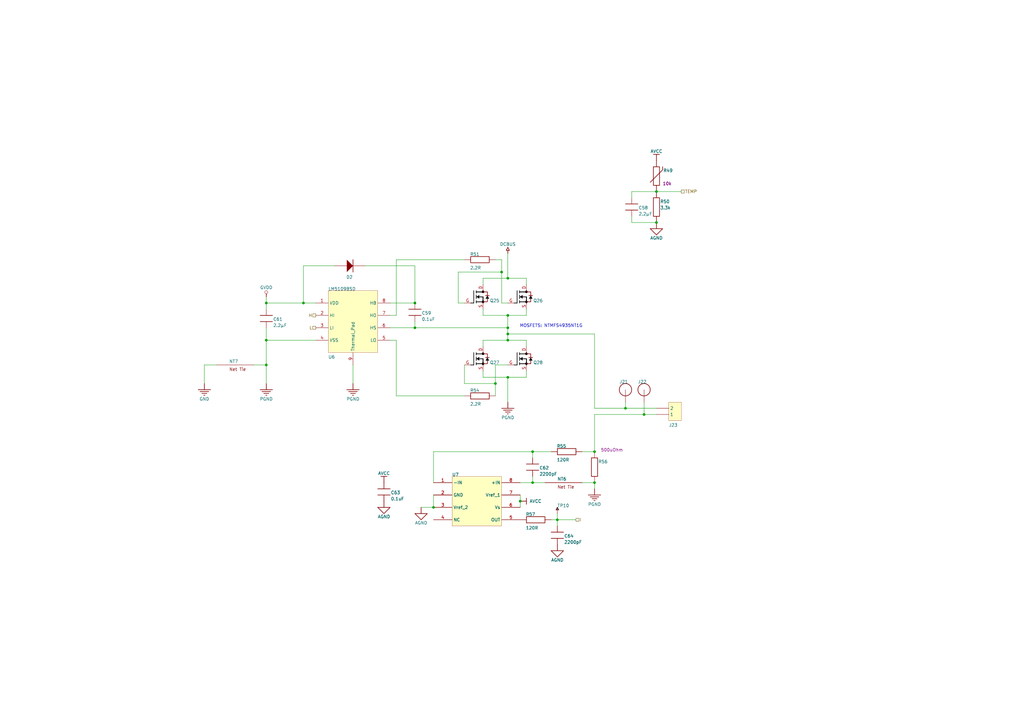
<source format=kicad_sch>
(kicad_sch (version 20231120) (generator "eeschema") (generator_version "8.0")
  (paper "A3")
  (junction (at 208.28 134.4422))
  (junction (at 228.6 213.1822))
  (junction (at 170.18 134.4422))
  (junction (at 218.44 185.2422))
  (junction (at 203.2 157.3022))
  (junction (at 256.54 167.4622))
  (junction (at 170.18 124.2822))
  (junction (at 264.16 170.0022))
  (junction (at 205.74 111.5822))
  (junction (at 124.46 124.2822))
  (junction (at 243.84 197.9422))
  (junction (at 208.28 154.7622))
  (junction (at 208.28 114.1222))
  (junction (at 109.22 149.6822))
  (junction (at 269.24 91.2622))
  (junction (at 213.36 205.5622))
  (junction (at 208.28 136.9822))
  (junction (at 218.44 197.9422))
  (junction (at 208.28 129.3622))
  (junction (at 269.24 78.5622))
  (junction (at 109.22 139.5222))
  (junction (at 177.8 208.1022))
  (junction (at 109.22 124.2822))
  (junction (at 208.28 139.5222))
  (junction (at 243.84 185.2422))
  (wire (pts (xy 264.16 170.0022) (xy 243.84 170.0022)))
  (wire (pts (xy 208.28 134.4422) (xy 208.28 136.9822)))
  (wire (pts (xy 243.84 170.0022) (xy 243.84 185.2422)))
  (wire (pts (xy 198.12 129.3622) (xy 208.28 129.3622)))
  (wire (pts (xy 109.22 124.2822) (xy 109.22 126.8222)))
  (wire (pts (xy 256.54 167.4622) (xy 256.54 164.9222)))
  (wire (pts (xy 208.28 154.7622) (xy 215.9 154.7622)))
  (wire (pts (xy 160.02 129.3622) (xy 162.56 129.3622)))
  (wire (pts (xy 259.08 78.5622) (xy 269.24 78.5622)))
  (wire (pts (xy 243.84 136.9822) (xy 243.84 167.4622)))
  (wire (pts (xy 218.44 197.9422) (xy 218.44 195.4022)))
  (wire (pts (xy 83.82 149.6822) (xy 83.82 157.3022)))
  (wire (pts (xy 177.8 208.1022) (xy 172.72 208.1022)))
  (wire (pts (xy 269.24 91.2622) (xy 259.08 91.2622)))
  (wire (pts (xy 162.56 106.5022) (xy 190.5 106.5022)))
  (wire (pts (xy 129.54 139.5222) (xy 109.22 139.5222)))
  (wire (pts (xy 208.28 114.1222) (xy 208.28 103.9622)))
  (wire (pts (xy 187.96 111.5822) (xy 187.96 124.2822)))
  (wire (pts (xy 88.9 149.6822) (xy 83.82 149.6822)))
  (wire (pts (xy 269.24 170.0022) (xy 264.16 170.0022)))
  (wire (pts (xy 137.16 109.0422) (xy 124.46 109.0422)))
  (wire (pts (xy 177.8 185.2422) (xy 177.8 197.9422)))
  (wire (pts (xy 170.18 134.4422) (xy 170.18 131.9022)))
  (wire (pts (xy 208.28 136.9822) (xy 243.84 136.9822)))
  (wire (pts (xy 228.6 213.1822) (xy 228.6 215.7222)))
  (wire (pts (xy 213.36 205.5622) (xy 213.36 203.0222)))
  (wire (pts (xy 124.46 109.0422) (xy 124.46 124.2822)))
  (wire (pts (xy 203.2 106.5022) (xy 205.74 106.5022)))
  (wire (pts (xy 124.46 124.2822) (xy 109.22 124.2822)))
  (wire (pts (xy 104.14 149.6822) (xy 109.22 149.6822)))
  (wire (pts (xy 149.86 109.0422) (xy 170.18 109.0422)))
  (wire (pts (xy 218.44 185.2422) (xy 177.8 185.2422)))
  (wire (pts (xy 215.9 114.1222) (xy 215.9 116.6622)))
  (wire (pts (xy 109.22 157.3022) (xy 109.22 149.6822)))
  (wire (pts (xy 208.28 129.3622) (xy 208.28 134.4422)))
  (wire (pts (xy 190.5 149.6822) (xy 190.5 157.3022)))
  (wire (pts (xy 205.74 106.5022) (xy 205.74 111.5822)))
  (wire (pts (xy 259.08 91.2622) (xy 259.08 88.7222)))
  (wire (pts (xy 198.12 142.0622) (xy 198.12 139.5222)))
  (wire (pts (xy 226.06 185.2422) (xy 218.44 185.2422)))
  (wire (pts (xy 226.06 213.1822) (xy 228.6 213.1822)))
  (wire (pts (xy 109.22 121.7422) (xy 109.22 124.2822)))
  (wire (pts (xy 205.74 124.2822) (xy 205.74 111.5822)))
  (wire (pts (xy 243.84 167.4622) (xy 256.54 167.4622)))
  (wire (pts (xy 198.12 114.1222) (xy 208.28 114.1222)))
  (wire (pts (xy 198.12 116.6622) (xy 198.12 114.1222)))
  (wire (pts (xy 162.56 162.3822) (xy 162.56 139.5222)))
  (wire (pts (xy 198.12 154.7622) (xy 208.28 154.7622)))
  (wire (pts (xy 213.36 208.1022) (xy 213.36 205.5622)))
  (wire (pts (xy 198.12 139.5222) (xy 208.28 139.5222)))
  (wire (pts (xy 170.18 124.2822) (xy 160.02 124.2822)))
  (wire (pts (xy 198.12 126.8222) (xy 198.12 129.3622)))
  (wire (pts (xy 203.2 157.3022) (xy 203.2 149.6822)))
  (wire (pts (xy 208.28 139.5222) (xy 215.9 139.5222)))
  (wire (pts (xy 208.28 124.2822) (xy 205.74 124.2822)))
  (wire (pts (xy 208.28 129.3622) (xy 215.9 129.3622)))
  (wire (pts (xy 279.4 78.5622) (xy 269.24 78.5622)))
  (wire (pts (xy 215.9 129.3622) (xy 215.9 126.8222)))
  (wire (pts (xy 228.6 210.6422) (xy 228.6 213.1822)))
  (wire (pts (xy 208.28 136.9822) (xy 208.28 139.5222)))
  (wire (pts (xy 264.16 170.0022) (xy 264.16 164.9222)))
  (wire (pts (xy 213.36 197.9422) (xy 218.44 197.9422)))
  (wire (pts (xy 162.56 129.3622) (xy 162.56 106.5022)))
  (wire (pts (xy 218.44 185.2422) (xy 218.44 187.7822)))
  (wire (pts (xy 256.54 167.4622) (xy 269.24 167.4622)))
  (wire (pts (xy 203.2 162.3822) (xy 203.2 157.3022)))
  (wire (pts (xy 215.9 139.5222) (xy 215.9 142.0622)))
  (wire (pts (xy 228.6 213.1822) (xy 236.22 213.1822)))
  (wire (pts (xy 160.02 134.4422) (xy 170.18 134.4422)))
  (wire (pts (xy 170.18 134.4422) (xy 208.28 134.4422)))
  (wire (pts (xy 177.8 203.0222) (xy 177.8 208.1022)))
  (wire (pts (xy 203.2 149.6822) (xy 208.28 149.6822)))
  (wire (pts (xy 109.22 139.5222) (xy 109.22 134.4422)))
  (wire (pts (xy 223.52 197.9422) (xy 218.44 197.9422)))
  (wire (pts (xy 144.78 157.3022) (xy 144.78 149.6822)))
  (wire (pts (xy 243.84 200.4822) (xy 243.84 197.9422)))
  (wire (pts (xy 243.84 197.9422) (xy 238.76 197.9422)))
  (wire (pts (xy 243.84 185.2422) (xy 238.76 185.2422)))
  (wire (pts (xy 129.54 124.2822) (xy 124.46 124.2822)))
  (wire (pts (xy 208.28 154.7622) (xy 208.28 164.9222)))
  (wire (pts (xy 109.22 149.6822) (xy 109.22 139.5222)))
  (wire (pts (xy 208.28 114.1222) (xy 215.9 114.1222)))
  (wire (pts (xy 190.5 162.3822) (xy 162.56 162.3822)))
  (wire (pts (xy 205.74 111.5822) (xy 187.96 111.5822)))
  (wire (pts (xy 215.9 154.7622) (xy 215.9 152.2222)))
  (wire (pts (xy 198.12 152.2222) (xy 198.12 154.7622)))
  (wire (pts (xy 259.08 81.1022) (xy 259.08 78.5622)))
  (wire (pts (xy 190.5 157.3022) (xy 203.2 157.3022)))
  (wire (pts (xy 170.18 109.0422) (xy 170.18 124.2822)))
  (wire (pts (xy 162.56 139.5222) (xy 160.02 139.5222)))
  (wire (pts (xy 187.96 124.2822) (xy 190.5 124.2822)))
  (text "MOSFETS: NTMFS4935NT1G" (at 226.06 134.4422 0) (effects (font (size 1.27 1.27)) (justify bottom)))
  (hierarchical_label "H" (shape passive) (at 129.54 129.3622 180))
  (hierarchical_label "TEMP" (shape passive) (at 279.4 78.5622 0))
  (hierarchical_label "I" (shape passive) (at 236.22 213.1822 0))
  (hierarchical_label "L" (shape passive) (at 129.54 134.4422 180))
  (symbol (lib_id "odrive-altium-import:Aux_2_RC0603FR-073K3L") (at 269.24 78.5622 0) (unit 1)
    (property "Reference" "R50" (at 270.764 83.3882 0) (effects (justify left bottom)))
    (property "Value" "3.3k" (at 270.764 85.9282 0) (effects (justify left bottom)))
    (property "Footprint" "RESC1608X55N" (effects (hide yes)))
    (property "Description" "RES SMD 3.3K OHM 1% 1/10W 0603" (effects (hide yes)))
    (property "SUPPLIER 1" "Digi-Key" (effects (hide yes)))
    (property "SUPPLIER PART NUMBER 1" "311-3.30KHRCT-ND" (effects (hide yes)))
    (property "MANUFACTURER" "Yageo" (effects (hide yes)))
    (property "MANUFACTURER PART NUMBER" "RC0603FR-073K3L" (effects (hide yes)))
    (property "ROHS" "RoHS Compliant" (effects (hide yes)))
    (property "CATEGORY" "Resistors" (effects (hide yes)))
    (property "STOCK 1" "420019" (effects (hide yes)))
    (property "PRICING 1" "1=0.1, 10=0.014, 25=0.01, 100=0.0057, 250=0.00436, 500=0.00348, 1000=0.00257, 2500=0.00223 (USD)" (effects (hide yes)))
    (property "PACKAGING" "Cut Tape (CT)" (effects (hide yes)))
    (property "RESISTANCE (OHMS)" "3.3k" (effects (hide yes)))
    (property "TOLERANCE" "±1%" (effects (hide yes)))
    (property "POWER (WATTS)" "0.1W, 1/10W" (effects (hide yes)))
    (property "COMPOSITION" "Thick Film" (effects (hide yes)))
    (property "FEATURES" "Moisture Resistant" (effects (hide yes)))
    (property "TEMPERATURE COEFFICIENT" "±100ppm/°C" (effects (hide yes)))
    (property "OPERATING TEMPERATURE" "-55°C ~ 155°C" (effects (hide yes)))
    (property "PACKAGE / CASE" "0603 (1608 Metric)" (effects (hide yes)))
    (property "SUPPLIER DEVICE PACKAGE" "0603" (effects (hide yes)))
    (property "SIZE / DIMENSION" "0.063\" L x 0.031\" W (1.60mm x 0.80mm)" (effects (hide yes)))
    (property "HEIGHT" "0.022\" (0.55mm)" (effects (hide yes)))
    (property "NUMBER OF TERMINATIONS" "2" (effects (hide yes)))
    (property "COMPONENTLINK1URL" "http://www.yageo.com/documents/recent/PYu-RC_Group_51_RoHS_L_04.pdf" (effects (hide yes)))
    (property "COMPONENTLINK1DESCRIPTION" "http://www.yageo.com/documents/recent/PYu-RC_Group_51_RoHS_L_04.pdf" (effects (hide yes)))
  )
  (symbol (lib_id "odrive-altium-import:GND_POWER_GROUND") (at 83.82 157.3022 0) (unit 1)
    (property "Reference" "#PWR?" (effects (hide yes)))
    (property "Value" "GND" (at 83.82 163.6522 0))
  )
  (symbol (lib_id "odrive-altium-import:Aux_2_GRM1885C1H222JA01D") (at 218.44 187.7822 0) (unit 1)
    (property "Reference" "C62" (at 221.234 192.6082 0) (effects (justify left bottom)))
    (property "Value" "${CAPACITANCE}" (at 221.234 195.1482 0) (effects (justify left bottom)))
    (property "Footprint" "CAPC1608X09L" (effects (hide yes)))
    (property "Description" "CAP CER 2200PF 50V NP0 0603" (effects (hide yes)))
    (property "SUPPLIER 1" "Digi-Key" (effects (hide yes)))
    (property "SUPPLIER PART NUMBER 1" "490-1459-1-ND" (effects (hide yes)))
    (property "MANUFACTURER" "Murata Electronics North America" (effects (hide yes)))
    (property "ROHS" "RoHS Compliant" (effects (hide yes)))
    (property "CATEGORY" "Capacitors" (effects (hide yes)))
    (property "STOCK 1" "850589" (effects (hide yes)))
    (property "PRICING 1" "1=0.11, 10=0.08, 25=0.058, 50=0.0434, 100=0.0355, 250=0.02972, 500=0.02536, 1000=0.01992 (USD)" (effects (hide yes)))
    (property "PACKAGING" "Cut Tape (CT)" (effects (hide yes)))
    (property "CAPACITANCE" "2200pF" (effects (hide yes)))
    (property "TOLERANCE" "±5%" (effects (hide yes)))
    (property "VOLTAGE - RATED" "50V" (effects (hide yes)))
    (property "TEMPERATURE COEFFICIENT" "C0G, NP0" (effects (hide yes)))
    (property "MOUNTING TYPE" "Surface Mount, MLCC" (effects (hide yes)))
    (property "OPERATING TEMPERATURE" "-55°C ~ 125°C" (effects (hide yes)))
    (property "APPLICATIONS" "General Purpose" (effects (hide yes)))
    (property "RATINGS" "-" (effects (hide yes)))
    (property "PACKAGE / CASE" "0603 (1608 Metric)" (effects (hide yes)))
    (property "SIZE / DIMENSION" "0.063\" L x 0.031\" W (1.60mm x 0.80mm)" (effects (hide yes)))
    (property "HEIGHT - SEATED (MAX)" "-" (effects (hide yes)))
    (property "THICKNESS (MAX)" "0.035\" (0.90mm)" (effects (hide yes)))
    (property "LEAD SPACING" "-" (effects (hide yes)))
    (property "FEATURES" "-" (effects (hide yes)))
    (property "LEAD STYLE" "-" (effects (hide yes)))
    (property "COMPONENTLINK1URL" "http://www.murata.com/~/media/webrenewal/support/library/catalog/products/capacitor/mlcc/c02e.ashx" (effects (hide yes)))
    (property "COMPONENTLINK1DESCRIPTION" "http://www.murata.com/~/media/webrenewal/support/library/catalog/products/capacitor/mlcc/c02e.ashx" (effects (hide yes)))
    (property "PART STATUS" "Active" (effects (hide yes)))
  )
  (symbol (lib_id "odrive-altium-import:DCBUS_ARROW") (at 208.28 103.9622 180) (unit 1)
    (property "Reference" "#PWR?" (effects (hide yes)))
    (property "Value" "DCBUS" (at 208.28 100.1522 0))
  )
  (symbol (lib_id "odrive-altium-import:Aux_0_LM5109BSD/NOPB") (at 134.62 144.6022 0) (unit 1)
    (property "Reference" "U6" (at 134.62 147.1422 0) (effects (justify left bottom)))
    (property "Value" "LM5109BSD" (at 134.62 119.2022 0) (effects (justify left bottom)))
    (property "Footprint" "SON80P400X80_HS-9N" (effects (hide yes)))
    (property "Description" "DRIVER, MOSFET, HALF BRIDGE, WSON-8, 1A" (effects (hide yes)))
    (property "SUPPLIER 1" "Farnell" (effects (hide yes)))
    (property "SUPPLIER PART NUMBER 1" "2400642RL" (effects (hide yes)))
    (property "SUPPLIER 2" "Farnell" (effects (hide yes)))
    (property "SUPPLIER PART NUMBER 2" "2400642" (effects (hide yes)))
    (property "SUPPLIER 3" "Farnell" (effects (hide yes)))
    (property "SUPPLIER PART NUMBER 3" "2382850" (effects (hide yes)))
  )
  (symbol (lib_id "odrive-altium-import:Aux_0_GRM188R61C225KE15D") (at 259.08 88.7222 0) (unit 1)
    (property "Reference" "C58" (at 261.874 85.9282 0) (effects (justify left bottom)))
    (property "Value" "${CAPACITANCE}" (at 261.874 88.4682 0) (effects (justify left bottom)))
    (property "Footprint" "CAPC1608X09L" (effects (hide yes)))
    (property "Description" "CAP CER 2.2UF 16V X5R 0603" (effects (hide yes)))
    (property "SUPPLIER 1" "Digi-Key" (effects (hide yes)))
    (property "SUPPLIER PART NUMBER 1" "490-3296-1-ND" (effects (hide yes)))
    (property "MANUFACTURER" "Murata Electronics North America" (effects (hide yes)))
    (property "MANUFACTURER PART NUMBER" "GRM188R61C225KE15D" (effects (hide yes)))
    (property "ROHS" "RoHS Compliant" (effects (hide yes)))
    (property "CATEGORY" "Capacitors" (effects (hide yes)))
    (property "STOCK 1" "1255740" (effects (hide yes)))
    (property "PRICING 1" "1=0.12, 10=0.08, 50=0.046, 100=0.038, 250=0.032, 500=0.0268, 1000=0.022 (USD)" (effects (hide yes)))
    (property "PACKAGING" "Cut Tape (CT)" (effects (hide yes)))
    (property "CAPACITANCE" "2.2µF" (effects (hide yes)))
    (property "TOLERANCE" "±10%" (effects (hide yes)))
    (property "VOLTAGE - RATED" "16V" (effects (hide yes)))
    (property "TEMPERATURE COEFFICIENT" "X5R" (effects (hide yes)))
    (property "MOUNTING TYPE" "Surface Mount, MLCC" (effects (hide yes)))
    (property "OPERATING TEMPERATURE" "-55°C ~ 85°C" (effects (hide yes)))
    (property "APPLICATIONS" "General Purpose" (effects (hide yes)))
    (property "RATINGS" "-" (effects (hide yes)))
    (property "PACKAGE / CASE" "0603 (1608 Metric)" (effects (hide yes)))
    (property "SIZE / DIMENSION" "0.063\" L x 0.031\" W (1.60mm x 0.80mm)" (effects (hide yes)))
    (property "HEIGHT - SEATED (MAX)" "-" (effects (hide yes)))
    (property "THICKNESS (MAX)" "0.035\" (0.90mm)" (effects (hide yes)))
    (property "LEAD SPACING" "-" (effects (hide yes)))
    (property "FEATURES" "-" (effects (hide yes)))
    (property "LEAD STYLE" "-" (effects (hide yes)))
    (property "COMPONENTLINK1URL" "http://www.murata.com/~/media/webrenewal/support/library/catalog/products/capacitor/mlcc/c02e.pdf" (effects (hide yes)))
    (property "COMPONENTLINK1DESCRIPTION" "http://www.murata.com/~/media/webrenewal/support/library/catalog/products/capacitor/mlcc/c02e.pdf" (effects (hide yes)))
  )
  (symbol (lib_id "odrive-altium-import:Aux_0_NetTie_0.25mm") (at 231.14 197.9422 0) (unit 1)
    (property "Reference" "NT6" (at 228.6 197.1802 0) (effects (justify left bottom)))
    (property "Value" "0.25mm" (effects (hide yes)))
    (property "Footprint" "NetTie_0.25mm" (effects (hide yes)))
  )
  (symbol (lib_id "odrive-altium-import:Aux_0_AD8418WBRZ") (at 185.42 215.7222 0) (unit 1)
    (property "Reference" "U7" (at 185.42 195.4022 0) (effects (justify left bottom)))
    (property "Footprint" "SOIC127P600X175-8N" (effects (hide yes)))
    (property "Description" "ANALOG DEVICES Current Sense Amplifier, Bidirectional, 1, 130 µA, NSOIC" (effects (hide yes)))
  )
  (symbol (lib_id "odrive-altium-import:Aux_3_RC0603FR-072R2L") (at 190.5 106.5022 0) (unit 1)
    (property "Reference" "R51" (at 192.786 104.9782 0) (effects (justify left bottom)))
    (property "Value" "2.2R" (at 192.786 110.5662 0) (effects (justify left bottom)))
    (property "Footprint" "RESC1608X55N" (effects (hide yes)))
    (property "Description" "RES SMD 2.2 OHM 1% 1/10W 0603" (effects (hide yes)))
    (property "SUPPLIER 1" "Digi-Key" (effects (hide yes)))
    (property "SUPPLIER PART NUMBER 1" "311-2.2HRCT-ND" (effects (hide yes)))
    (property "MANUFACTURER" "Yageo" (effects (hide yes)))
    (property "MANUFACTURER PART NUMBER" "RC0603FR-072R2L" (effects (hide yes)))
    (property "ROHS" "RoHS Compliant" (effects (hide yes)))
    (property "CATEGORY" "Resistors" (effects (hide yes)))
    (property "STOCK 1" "16531" (effects (hide yes)))
    (property "PRICING 1" "1=0.1, 10=0.02, 25=0.0144, 100=0.0082, 250=0.00624, 500=0.00498, 1000=0.00367, 2500=0.00319 (USD)" (effects (hide yes)))
    (property "PACKAGING" "Cut Tape (CT)" (effects (hide yes)))
    (property "RESISTANCE (OHMS)" "2.2" (effects (hide yes)))
    (property "TOLERANCE" "±1%" (effects (hide yes)))
    (property "POWER (WATTS)" "0.1W, 1/10W" (effects (hide yes)))
    (property "COMPOSITION" "Thick Film" (effects (hide yes)))
    (property "FEATURES" "Moisture Resistant" (effects (hide yes)))
    (property "TEMPERATURE COEFFICIENT" "±200ppm/°C" (effects (hide yes)))
    (property "OPERATING TEMPERATURE" "-55°C ~ 155°C" (effects (hide yes)))
    (property "PACKAGE / CASE" "0603 (1608 Metric)" (effects (hide yes)))
    (property "SUPPLIER DEVICE PACKAGE" "0603" (effects (hide yes)))
    (property "SIZE / DIMENSION" "0.063\" L x 0.031\" W (1.60mm x 0.80mm)" (effects (hide yes)))
    (property "HEIGHT" "0.022\" (0.55mm)" (effects (hide yes)))
    (property "NUMBER OF TERMINATIONS" "2" (effects (hide yes)))
    (property "COMPONENTLINK1URL" "http://www.yageo.com/documents/recent/PYu-RC_Group_51_RoHS_L_04.pdf" (effects (hide yes)))
    (property "COMPONENTLINK1DESCRIPTION" "http://www.yageo.com/documents/recent/PYu-RC_Group_51_RoHS_L_04.pdf" (effects (hide yes)))
  )
  (symbol (lib_id "odrive-altium-import:AVCC_BAR") (at 213.36 205.5622 90) (unit 1)
    (property "Reference" "#PWR?" (effects (hide yes)))
    (property "Value" "AVCC" (at 217.17 205.5622 90) (effects (justify right)))
  )
  (symbol (lib_id "odrive-altium-import:Aux_0_NTMFS4935NT1G") (at 215.9 147.1422 0) (unit 1)
    (property "Reference" "Q28" (at 218.694 149.4282 0) (effects (justify left bottom)))
    (property "Footprint" "SO8FL" (effects (hide yes)))
    (property "Description" "MOSFET N-CH 30V 13A SO8FL" (effects (hide yes)))
    (property "SUPPLIER 1" "Digi-Key" (effects (hide yes)))
    (property "SUPPLIER PART NUMBER 1" "NTMFS4935NT1GOSCT-ND" (effects (hide yes)))
    (property "MANUFACTURER" "ON Semiconductor" (effects (hide yes)))
    (property "ROHS" "RoHS Compliant" (effects (hide yes)))
    (property "CATEGORY" "Discrete Semiconductor Products" (effects (hide yes)))
    (property "STOCK 1" "932" (effects (hide yes)))
    (property "PRICING 1" "1=0.61, 10=0.541, 100=0.4145, 500=0.3277 (USD)" (effects (hide yes)))
    (property "PACKAGING" "Cut Tape (CT)" (effects (hide yes)))
    (property "PART STATUS" "Active" (effects (hide yes)))
    (property "FET TYPE" "N-Channel" (effects (hide yes)))
    (property "TECHNOLOGY" "MOSFET (Metal Oxide)" (effects (hide yes)))
    (property "DRAIN TO SOURCE VOLTAGE (VDSS)" "30V" (effects (hide yes)))
    (property "CURRENT - CONTINUOUS DRAIN (ID) @ 25°C" "13A (Ta), 93A (Tc)" (effects (hide yes)))
    (property "DRIVE VOLTAGE (MAX RDS ON,  MIN RDS ON)" "4.5V, 10V" (effects (hide yes)))
    (property "VGS(TH) (MAX) @ ID" "2.2V @ 250µA" (effects (hide yes)))
    (property "GATE CHARGE (QG) (MAX) @ VGS" "49.4nC @ 10V" (effects (hide yes)))
    (property "INPUT CAPACITANCE (CISS) (MAX) @ VDS" "4850pF @ 15V" (effects (hide yes)))
    (property "VGS (MAX)" "±20V" (effects (hide yes)))
    (property "FET FEATURE" "-" (effects (hide yes)))
    (property "POWER DISSIPATION (MAX)" "930mW (Ta), 48W (Tc)" (effects (hide yes)))
    (property "RDS ON (MAX) @ ID, VGS" "3.2 mOhm @ 30A, 10V" (effects (hide yes)))
    (property "OPERATING TEMPERATURE" "-55°C ~ 150°C (TJ)" (effects (hide yes)))
    (property "MOUNTING TYPE" "Surface Mount" (effects (hide yes)))
    (property "SUPPLIER DEVICE PACKAGE" "5-DFN (5x6) (8-SOFL)" (effects (hide yes)))
    (property "PACKAGE / CASE" "8-PowerTDFN, 5 Leads" (effects (hide yes)))
    (property "COMPONENTLINK1URL" "http://www.onsemi.com/pub_link/Collateral/NTMFS4935N-D.PDF" (effects (hide yes)))
    (property "COMPONENTLINK1DESCRIPTION" "http://www.onsemi.com/pub_link/Collateral/NTMFS4935N-D.PDF" (effects (hide yes)))
    (property "MANUFACTURER PART NUMBER" "NTMFS4935NT1G" (effects (hide yes)))
  )
  (symbol (lib_id "odrive-altium-import:Aux_0_NCP15XH103F03RC") (at 269.24 78.5622 0) (unit 1)
    (property "Reference" "R49" (at 272.034 70.6882 0) (effects (justify left bottom)))
    (property "Value" "10k" (effects (hide yes)))
    (property "Footprint" "RESC1005X40N" (effects (hide yes)))
    (property "Description" "THERMISTOR 10K OHM NTC 0402 SMD" (effects (hide yes)))
    (property "ALTIUM_VALUE" "10k" (at 271.78 76.0222 0) (effects (justify left bottom)))
  )
  (symbol (lib_id "odrive-altium-import:Aux_3_RC0603FR-07120RL") (at 226.06 185.2422 0) (unit 1)
    (property "Reference" "R55" (at 228.346 183.7182 0) (effects (justify left bottom)))
    (property "Value" "120R" (at 228.346 189.3062 0) (effects (justify left bottom)))
    (property "Footprint" "RESC1608X55N" (effects (hide yes)))
    (property "Description" "RES SMD 120 OHM 1% 1/10W 0603" (effects (hide yes)))
    (property "SUPPLIER 1" "Digi-Key" (effects (hide yes)))
    (property "SUPPLIER PART NUMBER 1" "311-120HRCT-ND" (effects (hide yes)))
    (property "MANUFACTURER" "Yageo" (effects (hide yes)))
    (property "MANUFACTURER PART NUMBER" "RC0603FR-07120RL" (effects (hide yes)))
    (property "ROHS" "RoHS Compliant" (effects (hide yes)))
    (property "CATEGORY" "Resistors" (effects (hide yes)))
    (property "STOCK 1" "1545282" (effects (hide yes)))
    (property "PRICING 1" "1=0.1, 10=0.014, 25=0.01, 100=0.0057, 250=0.00436, 500=0.00348, 1000=0.00257, 2500=0.00223 (USD)" (effects (hide yes)))
    (property "PACKAGING" "Cut Tape (CT)" (effects (hide yes)))
    (property "RESISTANCE (OHMS)" "120" (effects (hide yes)))
    (property "TOLERANCE" "±1%" (effects (hide yes)))
    (property "POWER (WATTS)" "0.1W, 1/10W" (effects (hide yes)))
    (property "COMPOSITION" "Thick Film" (effects (hide yes)))
    (property "FEATURES" "Moisture Resistant" (effects (hide yes)))
    (property "TEMPERATURE COEFFICIENT" "±100ppm/°C" (effects (hide yes)))
    (property "OPERATING TEMPERATURE" "-55°C ~ 155°C" (effects (hide yes)))
    (property "PACKAGE / CASE" "0603 (1608 Metric)" (effects (hide yes)))
    (property "SUPPLIER DEVICE PACKAGE" "0603" (effects (hide yes)))
    (property "SIZE / DIMENSION" "0.063\" L x 0.031\" W (1.60mm x 0.80mm)" (effects (hide yes)))
    (property "HEIGHT" "0.022\" (0.55mm)" (effects (hide yes)))
    (property "NUMBER OF TERMINATIONS" "2" (effects (hide yes)))
    (property "COMPONENTLINK1URL" "http://www.yageo.com/documents/recent/PYu-RC_Group_51_RoHS_L_04.pdf" (effects (hide yes)))
    (property "COMPONENTLINK1DESCRIPTION" "http://www.yageo.com/documents/recent/PYu-RC_Group_51_RoHS_L_04.pdf" (effects (hide yes)))
  )
  (symbol (lib_id "odrive-altium-import:Aux_1_TESTPOINT") (at 228.6 210.6422 0) (unit 1)
    (property "Reference" "TP10" (at 228.6 208.1022 0) (effects (justify left bottom)))
    (property "Value" "TESTPOINT" (effects (hide yes)))
    (property "Footprint" "TP-R30" (effects (hide yes)))
    (property "Description" "SMD test pin" (effects (hide yes)))
  )
  (symbol (lib_id "odrive-altium-import:Aux_1_M3 Spade Terminal") (at 256.54 164.9222 0) (unit 1)
    (property "Reference" "J21" (at 254.002 157.3042 0) (effects (justify left bottom)))
    (property "Footprint" "M3 Spade Hole" (effects (hide yes)))
    (property "Description" "M3 Spade Terminal" (effects (hide yes)))
  )
  (symbol (lib_id "odrive-altium-import:Aux_2_mirrored_1868076") (at 269.24 170.0022 0) (unit 1)
    (property "Reference" "J23" (at 274.32 175.0822 0) (effects (justify left bottom)))
    (property "Value" "1868076" (effects (hide yes)))
    (property "Footprint" "1868076" (effects (hide yes)))
    (property "Description" "CONN TERM BLOCK 2POS 7.62MM" (effects (hide yes)))
    (property "SUPPLIER 1" "Digi-Key" (effects (hide yes)))
    (property "SUPPLIER PART NUMBER 1" "277-5840-ND" (effects (hide yes)))
    (property "MANUFACTURER" "Phoenix Contact" (effects (hide yes)))
    (property "ROHS" "RoHS Compliant" (effects (hide yes)))
    (property "CATEGORY" "Connectors, Interconnects" (effects (hide yes)))
    (property "STOCK" "2175" (effects (hide yes)))
    (property "PRICING 1" "1=1.56, 10=1.517, 50=1.4178, 100=1.3044, 250=1.20512, 500=1.14842, 1000=1.0564 (USD)" (effects (hide yes)))
    (property "PACKAGING" "Bulk" (effects (hide yes)))
    (property "PART STATUS" "Active" (effects (hide yes)))
    (property "NUMBER OF LEVELS" "1" (effects (hide yes)))
    (property "POSITIONS PER LEVEL" "2" (effects (hide yes)))
    (property "PITCH" "0.300\" (7.62mm)" (effects (hide yes)))
    (property "MATING ORIENTATION" "Horizontal with Board" (effects (hide yes)))
    (property "CURRENT" "30A" (effects (hide yes)))
    (property "VOLTAGE" "300V" (effects (hide yes)))
    (property "WIRE GAUGE" "10-30 AWG" (effects (hide yes)))
    (property "MOUNTING TYPE" "Through Hole" (effects (hide yes)))
    (property "WIRE TERMINATION" "Screw - Rising Cage Clamp" (effects (hide yes)))
    (property "FEATURES" "Interlocking (Side)" (effects (hide yes)))
    (property "COLOR" "Green" (effects (hide yes)))
    (property "OPERATING TEMPERATURE" "-" (effects (hide yes)))
    (property "HOUSING MATERIAL" "Polyamide (PA), Nylon" (effects (hide yes)))
    (property "CONTACT MATERIAL - PLATING" "-" (effects (hide yes)))
    (property "CLAMP MATERIAL - PLATING" "-" (effects (hide yes)))
    (property "SCREW MATERIAL - PLATING" "-" (effects (hide yes)))
    (property "TORQUE - SCREW" "0.5-0.6 Nm (4.4-5.3 Lb-In)" (effects (hide yes)))
    (property "SCREW THREAD" "M3" (effects (hide yes)))
    (property "COMPONENTLINK1URL" "http://media.digikey.com/PDF/Data%20Sheets/Phoenix%20Contact%20PDFs/1868076.pdf" (effects (hide yes)))
    (property "COMPONENTLINK1DESCRIPTION" "http://media.digikey.com/PDF/Data%20Sheets/Phoenix%20Contact%20PDFs/1868076.pdf" (effects (hide yes)))
  )
  (symbol (lib_id "odrive-altium-import:Aux_2_CSR2512C0R0005F") (at 243.84 185.2422 0) (unit 1)
    (property "Reference" "R56" (at 245.364 190.0682 0) (effects (justify left bottom)))
    (property "Value" "500uOhm" (effects (hide yes)))
    (property "Footprint" "RESC6432X09N" (effects (hide yes)))
    (property "Description" "RES SMD 0.0005 OHM 1% 3W 2512" (effects (hide yes)))
    (property "ALTIUM_VALUE" "500uOhm" (at 246.38 185.2422 0) (effects (justify left bottom)))
    (property "SUPPLIER 1" "Digi-Key" (effects (hide yes)))
    (property "SUPPLIER PART NUMBER 1" "696-1183-2-ND" (effects (hide yes)))
    (property "MANUFACTURER" "Riedon" (effects (hide yes)))
    (property "ROHS" "RoHS Compliant" (effects (hide yes)))
    (property "CATEGORY" "Resistors" (effects (hide yes)))
    (property "STOCK" "2000" (effects (hide yes)))
    (property "PRICING 1" "2000=0.19817, 6000=0.1937, 10000=0.187, 50000=0.18148 (USD)" (effects (hide yes)))
    (property "PACKAGING" "Tape & Reel (TR)" (effects (hide yes)))
    (property "PART STATUS" "Active" (effects (hide yes)))
    (property "TOLERANCE" "±1%" (effects (hide yes)))
    (property "POWER (WATTS)" "3W" (effects (hide yes)))
    (property "COMPOSITION" "Metal Element" (effects (hide yes)))
    (property "FEATURES" "Current Sense" (effects (hide yes)))
    (property "TEMPERATURE COEFFICIENT" "±100ppm/°C" (effects (hide yes)))
    (property "OPERATING TEMPERATURE" "-55°C ~ 170°C" (effects (hide yes)))
    (property "PACKAGE / CASE" "2512 (6432 Metric)" (effects (hide yes)))
    (property "SUPPLIER DEVICE PACKAGE" "2512" (effects (hide yes)))
    (property "SIZE / DIMENSION" "0.250\" L x 0.118\" W (6.35mm x 3.00mm)" (effects (hide yes)))
    (property "HEIGHT - SEATED (MAX)" "0.057\" (1.45mm)" (effects (hide yes)))
    (property "FAILURE RATE" "-" (effects (hide yes)))
    (property "COMPONENTLINK1URL" "http://riedon.com/media/pdf/CSR.pdf" (effects (hide yes)))
    (property "COMPONENTLINK1DESCRIPTION" "http://riedon.com/media/pdf/CSR.pdf" (effects (hide yes)))
    (property "SUPPLIER 2" "Digi-Key" (effects (hide yes)))
    (property "SUPPLIER PART NUMBER 2" "696-1183-1-ND" (effects (hide yes)))
    (property "PRICING 2" "1=0.69, 10=0.574, 25=0.4916, 50=0.4426, 100=0.3852, 250=0.3442, 500=0.27864, 1000=0.22536 (USD)" (effects (hide yes)))
    (property "MANUFACTURER PART NUMBER" "CSR2512C0R0005F" (effects (hide yes)))
  )
  (symbol (lib_id "odrive-altium-import:PGND_POWER_GROUND") (at 208.28 164.9222 0) (unit 1)
    (property "Reference" "#PWR?" (effects (hide yes)))
    (property "Value" "PGND" (at 208.28 171.2722 0))
  )
  (symbol (lib_id "odrive-altium-import:Aux_0_GRM188R61C225KE15D") (at 109.22 134.4422 0) (unit 1)
    (property "Reference" "C61" (at 112.014 131.6482 0) (effects (justify left bottom)))
    (property "Value" "${CAPACITANCE}" (at 112.014 134.1882 0) (effects (justify left bottom)))
    (property "Footprint" "CAPC1608X09L" (effects (hide yes)))
    (property "Description" "CAP CER 2.2UF 16V X5R 0603" (effects (hide yes)))
    (property "SUPPLIER 1" "Digi-Key" (effects (hide yes)))
    (property "SUPPLIER PART NUMBER 1" "490-3296-1-ND" (effects (hide yes)))
    (property "MANUFACTURER" "Murata Electronics North America" (effects (hide yes)))
    (property "MANUFACTURER PART NUMBER" "GRM188R61C225KE15D" (effects (hide yes)))
    (property "ROHS" "RoHS Compliant" (effects (hide yes)))
    (property "CATEGORY" "Capacitors" (effects (hide yes)))
    (property "STOCK 1" "1255740" (effects (hide yes)))
    (property "PRICING 1" "1=0.12, 10=0.08, 50=0.046, 100=0.038, 250=0.032, 500=0.0268, 1000=0.022 (USD)" (effects (hide yes)))
    (property "PACKAGING" "Cut Tape (CT)" (effects (hide yes)))
    (property "CAPACITANCE" "2.2µF" (effects (hide yes)))
    (property "TOLERANCE" "±10%" (effects (hide yes)))
    (property "VOLTAGE - RATED" "16V" (effects (hide yes)))
    (property "TEMPERATURE COEFFICIENT" "X5R" (effects (hide yes)))
    (property "MOUNTING TYPE" "Surface Mount, MLCC" (effects (hide yes)))
    (property "OPERATING TEMPERATURE" "-55°C ~ 85°C" (effects (hide yes)))
    (property "APPLICATIONS" "General Purpose" (effects (hide yes)))
    (property "RATINGS" "-" (effects (hide yes)))
    (property "PACKAGE / CASE" "0603 (1608 Metric)" (effects (hide yes)))
    (property "SIZE / DIMENSION" "0.063\" L x 0.031\" W (1.60mm x 0.80mm)" (effects (hide yes)))
    (property "HEIGHT - SEATED (MAX)" "-" (effects (hide yes)))
    (property "THICKNESS (MAX)" "0.035\" (0.90mm)" (effects (hide yes)))
    (property "LEAD SPACING" "-" (effects (hide yes)))
    (property "FEATURES" "-" (effects (hide yes)))
    (property "LEAD STYLE" "-" (effects (hide yes)))
    (property "COMPONENTLINK1URL" "http://www.murata.com/~/media/webrenewal/support/library/catalog/products/capacitor/mlcc/c02e.pdf" (effects (hide yes)))
    (property "COMPONENTLINK1DESCRIPTION" "http://www.murata.com/~/media/webrenewal/support/library/catalog/products/capacitor/mlcc/c02e.pdf" (effects (hide yes)))
  )
  (symbol (lib_id "odrive-altium-import:Aux_0_NTMFS4935NT1G") (at 198.12 147.1422 0) (unit 1)
    (property "Reference" "Q27" (at 200.914 149.4282 0) (effects (justify left bottom)))
    (property "Footprint" "SO8FL" (effects (hide yes)))
    (property "Description" "MOSFET N-CH 30V 13A SO8FL" (effects (hide yes)))
    (property "SUPPLIER 1" "Digi-Key" (effects (hide yes)))
    (property "SUPPLIER PART NUMBER 1" "NTMFS4935NT1GOSCT-ND" (effects (hide yes)))
    (property "MANUFACTURER" "ON Semiconductor" (effects (hide yes)))
    (property "ROHS" "RoHS Compliant" (effects (hide yes)))
    (property "CATEGORY" "Discrete Semiconductor Products" (effects (hide yes)))
    (property "STOCK 1" "932" (effects (hide yes)))
    (property "PRICING 1" "1=0.61, 10=0.541, 100=0.4145, 500=0.3277 (USD)" (effects (hide yes)))
    (property "PACKAGING" "Cut Tape (CT)" (effects (hide yes)))
    (property "PART STATUS" "Active" (effects (hide yes)))
    (property "FET TYPE" "N-Channel" (effects (hide yes)))
    (property "TECHNOLOGY" "MOSFET (Metal Oxide)" (effects (hide yes)))
    (property "DRAIN TO SOURCE VOLTAGE (VDSS)" "30V" (effects (hide yes)))
    (property "CURRENT - CONTINUOUS DRAIN (ID) @ 25°C" "13A (Ta), 93A (Tc)" (effects (hide yes)))
    (property "DRIVE VOLTAGE (MAX RDS ON,  MIN RDS ON)" "4.5V, 10V" (effects (hide yes)))
    (property "VGS(TH) (MAX) @ ID" "2.2V @ 250µA" (effects (hide yes)))
    (property "GATE CHARGE (QG) (MAX) @ VGS" "49.4nC @ 10V" (effects (hide yes)))
    (property "INPUT CAPACITANCE (CISS) (MAX) @ VDS" "4850pF @ 15V" (effects (hide yes)))
    (property "VGS (MAX)" "±20V" (effects (hide yes)))
    (property "FET FEATURE" "-" (effects (hide yes)))
    (property "POWER DISSIPATION (MAX)" "930mW (Ta), 48W (Tc)" (effects (hide yes)))
    (property "RDS ON (MAX) @ ID, VGS" "3.2 mOhm @ 30A, 10V" (effects (hide yes)))
    (property "OPERATING TEMPERATURE" "-55°C ~ 150°C (TJ)" (effects (hide yes)))
    (property "MOUNTING TYPE" "Surface Mount" (effects (hide yes)))
    (property "SUPPLIER DEVICE PACKAGE" "5-DFN (5x6) (8-SOFL)" (effects (hide yes)))
    (property "PACKAGE / CASE" "8-PowerTDFN, 5 Leads" (effects (hide yes)))
    (property "COMPONENTLINK1URL" "http://www.onsemi.com/pub_link/Collateral/NTMFS4935N-D.PDF" (effects (hide yes)))
    (property "COMPONENTLINK1DESCRIPTION" "http://www.onsemi.com/pub_link/Collateral/NTMFS4935N-D.PDF" (effects (hide yes)))
    (property "MANUFACTURER PART NUMBER" "NTMFS4935NT1G" (effects (hide yes)))
  )
  (symbol (lib_id "odrive-altium-import:AGND_SIGNAL_GROUND") (at 172.72 208.1022 0) (unit 1)
    (property "Reference" "#PWR?" (effects (hide yes)))
    (property "Value" "AGND" (at 172.72 214.4522 0))
  )
  (symbol (lib_id "odrive-altium-import:Aux_0_NTMFS4935NT1G") (at 215.9 121.7422 0) (unit 1)
    (property "Reference" "Q26" (at 218.694 124.0282 0) (effects (justify left bottom)))
    (property "Footprint" "SO8FL" (effects (hide yes)))
    (property "Description" "MOSFET N-CH 30V 13A SO8FL" (effects (hide yes)))
    (property "SUPPLIER 1" "Digi-Key" (effects (hide yes)))
    (property "SUPPLIER PART NUMBER 1" "NTMFS4935NT1GOSCT-ND" (effects (hide yes)))
    (property "MANUFACTURER" "ON Semiconductor" (effects (hide yes)))
    (property "ROHS" "RoHS Compliant" (effects (hide yes)))
    (property "CATEGORY" "Discrete Semiconductor Products" (effects (hide yes)))
    (property "STOCK 1" "932" (effects (hide yes)))
    (property "PRICING 1" "1=0.61, 10=0.541, 100=0.4145, 500=0.3277 (USD)" (effects (hide yes)))
    (property "PACKAGING" "Cut Tape (CT)" (effects (hide yes)))
    (property "PART STATUS" "Active" (effects (hide yes)))
    (property "FET TYPE" "N-Channel" (effects (hide yes)))
    (property "TECHNOLOGY" "MOSFET (Metal Oxide)" (effects (hide yes)))
    (property "DRAIN TO SOURCE VOLTAGE (VDSS)" "30V" (effects (hide yes)))
    (property "CURRENT - CONTINUOUS DRAIN (ID) @ 25°C" "13A (Ta), 93A (Tc)" (effects (hide yes)))
    (property "DRIVE VOLTAGE (MAX RDS ON,  MIN RDS ON)" "4.5V, 10V" (effects (hide yes)))
    (property "VGS(TH) (MAX) @ ID" "2.2V @ 250µA" (effects (hide yes)))
    (property "GATE CHARGE (QG) (MAX) @ VGS" "49.4nC @ 10V" (effects (hide yes)))
    (property "INPUT CAPACITANCE (CISS) (MAX) @ VDS" "4850pF @ 15V" (effects (hide yes)))
    (property "VGS (MAX)" "±20V" (effects (hide yes)))
    (property "FET FEATURE" "-" (effects (hide yes)))
    (property "POWER DISSIPATION (MAX)" "930mW (Ta), 48W (Tc)" (effects (hide yes)))
    (property "RDS ON (MAX) @ ID, VGS" "3.2 mOhm @ 30A, 10V" (effects (hide yes)))
    (property "OPERATING TEMPERATURE" "-55°C ~ 150°C (TJ)" (effects (hide yes)))
    (property "MOUNTING TYPE" "Surface Mount" (effects (hide yes)))
    (property "SUPPLIER DEVICE PACKAGE" "5-DFN (5x6) (8-SOFL)" (effects (hide yes)))
    (property "PACKAGE / CASE" "8-PowerTDFN, 5 Leads" (effects (hide yes)))
    (property "COMPONENTLINK1URL" "http://www.onsemi.com/pub_link/Collateral/NTMFS4935N-D.PDF" (effects (hide yes)))
    (property "COMPONENTLINK1DESCRIPTION" "http://www.onsemi.com/pub_link/Collateral/NTMFS4935N-D.PDF" (effects (hide yes)))
    (property "MANUFACTURER PART NUMBER" "NTMFS4935NT1G" (effects (hide yes)))
  )
  (symbol (lib_id "odrive-altium-import:Aux_1_M3 Spade Terminal") (at 264.16 164.9222 0) (unit 1)
    (property "Reference" "J22" (at 261.622 157.3042 0) (effects (justify left bottom)))
    (property "Footprint" "M3 Spade Hole" (effects (hide yes)))
    (property "Description" "M3 Spade Terminal" (effects (hide yes)))
  )
  (symbol (lib_id "odrive-altium-import:Aux_0_MBR140SFT1G") (at 142.24 106.5022 0) (unit 1)
    (property "Reference" "D2" (at 141.986 114.3762 0) (effects (justify left bottom)))
    (property "Footprint" "DIOM2717X10N" (effects (hide yes)))
    (property "Description" "Rectifier Diode, Single, 40 V, 1 A, SOD-123FL, 2, 550 mV" (effects (hide yes)))
  )
  (symbol (lib_id "odrive-altium-import:AGND_SIGNAL_GROUND") (at 228.6 223.3422 0) (unit 1)
    (property "Reference" "#PWR?" (effects (hide yes)))
    (property "Value" "AGND" (at 228.6 229.6922 0))
  )
  (symbol (lib_id "odrive-altium-import:PGND_POWER_GROUND") (at 109.22 157.3022 0) (unit 1)
    (property "Reference" "#PWR?" (effects (hide yes)))
    (property "Value" "PGND" (at 109.22 163.6522 0))
  )
  (symbol (lib_id "odrive-altium-import:AVCC_BAR") (at 269.24 65.8622 180) (unit 1)
    (property "Reference" "#PWR?" (effects (hide yes)))
    (property "Value" "AVCC" (at 269.24 62.0522 0))
  )
  (symbol (lib_id "odrive-altium-import:Aux_0_NTMFS4935NT1G") (at 198.12 121.7422 0) (unit 1)
    (property "Reference" "Q25" (at 200.914 124.0282 0) (effects (justify left bottom)))
    (property "Value" "FILL_FOOTPRINT" (effects (hide yes)))
    (property "Footprint" "SO8FL_FILL" (effects (hide yes)))
    (property "Description" "MOSFET N-CH 30V 13A SO8FL" (effects (hide yes)))
    (property "SUPPLIER 1" "Digi-Key" (effects (hide yes)))
    (property "SUPPLIER PART NUMBER 1" "NTMFS4935NT1GOSCT-ND" (effects (hide yes)))
    (property "MANUFACTURER" "ON Semiconductor" (effects (hide yes)))
    (property "ROHS" "RoHS Compliant" (effects (hide yes)))
    (property "CATEGORY" "Discrete Semiconductor Products" (effects (hide yes)))
    (property "STOCK 1" "932" (effects (hide yes)))
    (property "PRICING 1" "1=0.61, 10=0.541, 100=0.4145, 500=0.3277 (USD)" (effects (hide yes)))
    (property "PACKAGING" "Cut Tape (CT)" (effects (hide yes)))
    (property "PART STATUS" "Active" (effects (hide yes)))
    (property "FET TYPE" "N-Channel" (effects (hide yes)))
    (property "TECHNOLOGY" "MOSFET (Metal Oxide)" (effects (hide yes)))
    (property "DRAIN TO SOURCE VOLTAGE (VDSS)" "30V" (effects (hide yes)))
    (property "CURRENT - CONTINUOUS DRAIN (ID) @ 25°C" "13A (Ta), 93A (Tc)" (effects (hide yes)))
    (property "DRIVE VOLTAGE (MAX RDS ON,  MIN RDS ON)" "4.5V, 10V" (effects (hide yes)))
    (property "VGS(TH) (MAX) @ ID" "2.2V @ 250µA" (effects (hide yes)))
    (property "GATE CHARGE (QG) (MAX) @ VGS" "49.4nC @ 10V" (effects (hide yes)))
    (property "INPUT CAPACITANCE (CISS) (MAX) @ VDS" "4850pF @ 15V" (effects (hide yes)))
    (property "VGS (MAX)" "±20V" (effects (hide yes)))
    (property "FET FEATURE" "-" (effects (hide yes)))
    (property "POWER DISSIPATION (MAX)" "930mW (Ta), 48W (Tc)" (effects (hide yes)))
    (property "RDS ON (MAX) @ ID, VGS" "3.2 mOhm @ 30A, 10V" (effects (hide yes)))
    (property "OPERATING TEMPERATURE" "-55°C ~ 150°C (TJ)" (effects (hide yes)))
    (property "MOUNTING TYPE" "Surface Mount" (effects (hide yes)))
    (property "SUPPLIER DEVICE PACKAGE" "5-DFN (5x6) (8-SOFL)" (effects (hide yes)))
    (property "PACKAGE / CASE" "8-PowerTDFN, 5 Leads" (effects (hide yes)))
    (property "COMPONENTLINK1URL" "http://www.onsemi.com/pub_link/Collateral/NTMFS4935N-D.PDF" (effects (hide yes)))
    (property "COMPONENTLINK1DESCRIPTION" "http://www.onsemi.com/pub_link/Collateral/NTMFS4935N-D.PDF" (effects (hide yes)))
    (property "MANUFACTURER PART NUMBER" "NTMFS4935NT1G" (effects (hide yes)))
  )
  (symbol (lib_id "odrive-altium-import:Aux_2_GRM188R71H104KA93D") (at 157.48 197.9422 0) (unit 1)
    (property "Reference" "C63" (at 160.274 202.7682 0) (effects (justify left bottom)))
    (property "Value" "${CAPACITANCE}" (at 160.274 205.3082 0) (effects (justify left bottom)))
    (property "Footprint" "CAPC1608X09L" (effects (hide yes)))
    (property "Description" "CAP CER 0.1UF 50V X7R 0603" (effects (hide yes)))
    (property "SUPPLIER 1" "Digi-Key" (effects (hide yes)))
    (property "SUPPLIER PART NUMBER 1" "490-1519-2-ND" (effects (hide yes)))
    (property "MANUFACTURER" "Murata Electronics North America" (effects (hide yes)))
    (property "MANUFACTURER PART NUMBER" "GRM188R71H104KA93D" (effects (hide yes)))
    (property "ROHS" "RoHS Compliant" (effects (hide yes)))
    (property "CATEGORY" "Capacitors" (effects (hide yes)))
    (property "PRICING 1" "4000=0.01822, 8000=0.01663, 12000=0.01584 (USD)" (effects (hide yes)))
    (property "PACKAGING" "Tape & Reel (TR)" (effects (hide yes)))
    (property "CAPACITANCE" "0.1uF" (effects (hide yes)))
    (property "TOLERANCE" "±10%" (effects (hide yes)))
    (property "VOLTAGE - RATED" "50V" (effects (hide yes)))
    (property "TEMPERATURE COEFFICIENT" "X7R" (effects (hide yes)))
    (property "MOUNTING TYPE" "Surface Mount, MLCC" (effects (hide yes)))
    (property "OPERATING TEMPERATURE" "-55°C ~ 125°C" (effects (hide yes)))
    (property "APPLICATIONS" "General Purpose" (effects (hide yes)))
    (property "RATINGS" "-" (effects (hide yes)))
    (property "PACKAGE / CASE" "0603 (1608 Metric)" (effects (hide yes)))
    (property "SIZE / DIMENSION" "0.063\" L x 0.032\" W (1.60mm x 0.80mm)" (effects (hide yes)))
    (property "HEIGHT - SEATED (MAX)" "-" (effects (hide yes)))
    (property "THICKNESS (MAX)" "0.035\" (0.90mm)" (effects (hide yes)))
    (property "LEAD SPACING" "-" (effects (hide yes)))
    (property "FEATURES" "-" (effects (hide yes)))
    (property "LEAD STYLE" "-" (effects (hide yes)))
    (property "COMPONENTLINK1URL" "http://www.murata.com/~/media/webrenewal/support/library/catalog/products/capacitor/mlcc/c02e.ashx?la=en-us" (effects (hide yes)))
    (property "COMPONENTLINK1DESCRIPTION" "http://www.murata.com/~/media/webrenewal/support/library/catalog/products/capacitor/mlcc/c02e.ashx?la=en-us" (effects (hide yes)))
    (property "STOCK" "19812000" (effects (hide yes)))
    (property "PART STATUS" "Active" (effects (hide yes)))
    (property "SUPPLIER 2" "Digi-Key" (effects (hide yes)))
    (property "SUPPLIER PART NUMBER 2" "490-1519-1-ND" (effects (hide yes)))
    (property "PRICING 2" "1=0.12, 10=0.084, 100=0.0396, 500=0.02778, 1000=0.023 (USD)" (effects (hide yes)))
  )
  (symbol (lib_id "odrive-altium-import:Aux_0_NetTie_0.25mm") (at 96.52 149.6822 0) (unit 1)
    (property "Reference" "NT7" (at 93.98 148.9202 0) (effects (justify left bottom)))
    (property "Value" "0.25mm" (effects (hide yes)))
    (property "Footprint" "NetTie_0.25mm" (effects (hide yes)))
  )
  (symbol (lib_id "odrive-altium-import:AVCC_BAR") (at 157.48 197.9422 180) (unit 1)
    (property "Reference" "#PWR?" (effects (hide yes)))
    (property "Value" "AVCC" (at 157.48 194.1322 0))
  )
  (symbol (lib_id "odrive-altium-import:PGND_POWER_GROUND") (at 243.84 200.4822 0) (unit 1)
    (property "Reference" "#PWR?" (effects (hide yes)))
    (property "Value" "PGND" (at 243.84 206.8322 0))
  )
  (symbol (lib_id "odrive-altium-import:AGND_SIGNAL_GROUND") (at 157.48 205.5622 0) (unit 1)
    (property "Reference" "#PWR?" (effects (hide yes)))
    (property "Value" "AGND" (at 157.48 211.9122 0))
  )
  (symbol (lib_id "odrive-altium-import:Aux_2_GRM1885C1H222JA01D") (at 228.6 215.7222 0) (unit 1)
    (property "Reference" "C64" (at 231.394 220.5482 0) (effects (justify left bottom)))
    (property "Value" "${CAPACITANCE}" (at 231.394 223.0882 0) (effects (justify left bottom)))
    (property "Footprint" "CAPC1608X09L" (effects (hide yes)))
    (property "Description" "CAP CER 2200PF 50V NP0 0603" (effects (hide yes)))
    (property "SUPPLIER 1" "Digi-Key" (effects (hide yes)))
    (property "SUPPLIER PART NUMBER 1" "490-1459-1-ND" (effects (hide yes)))
    (property "MANUFACTURER" "Murata Electronics North America" (effects (hide yes)))
    (property "ROHS" "RoHS Compliant" (effects (hide yes)))
    (property "CATEGORY" "Capacitors" (effects (hide yes)))
    (property "STOCK 1" "850589" (effects (hide yes)))
    (property "PRICING 1" "1=0.11, 10=0.08, 25=0.058, 50=0.0434, 100=0.0355, 250=0.02972, 500=0.02536, 1000=0.01992 (USD)" (effects (hide yes)))
    (property "PACKAGING" "Cut Tape (CT)" (effects (hide yes)))
    (property "CAPACITANCE" "2200pF" (effects (hide yes)))
    (property "TOLERANCE" "±5%" (effects (hide yes)))
    (property "VOLTAGE - RATED" "50V" (effects (hide yes)))
    (property "TEMPERATURE COEFFICIENT" "C0G, NP0" (effects (hide yes)))
    (property "MOUNTING TYPE" "Surface Mount, MLCC" (effects (hide yes)))
    (property "OPERATING TEMPERATURE" "-55°C ~ 125°C" (effects (hide yes)))
    (property "APPLICATIONS" "General Purpose" (effects (hide yes)))
    (property "RATINGS" "-" (effects (hide yes)))
    (property "PACKAGE / CASE" "0603 (1608 Metric)" (effects (hide yes)))
    (property "SIZE / DIMENSION" "0.063\" L x 0.031\" W (1.60mm x 0.80mm)" (effects (hide yes)))
    (property "HEIGHT - SEATED (MAX)" "-" (effects (hide yes)))
    (property "THICKNESS (MAX)" "0.035\" (0.90mm)" (effects (hide yes)))
    (property "LEAD SPACING" "-" (effects (hide yes)))
    (property "FEATURES" "-" (effects (hide yes)))
    (property "LEAD STYLE" "-" (effects (hide yes)))
    (property "COMPONENTLINK1URL" "http://www.murata.com/~/media/webrenewal/support/library/catalog/products/capacitor/mlcc/c02e.ashx" (effects (hide yes)))
    (property "COMPONENTLINK1DESCRIPTION" "http://www.murata.com/~/media/webrenewal/support/library/catalog/products/capacitor/mlcc/c02e.ashx" (effects (hide yes)))
    (property "PART STATUS" "Active" (effects (hide yes)))
  )
  (symbol (lib_id "odrive-altium-import:Aux_2_GRM188R71H104KA93D") (at 170.18 124.2822 0) (unit 1)
    (property "Reference" "C59" (at 172.974 129.1082 0) (effects (justify left bottom)))
    (property "Value" "${CAPACITANCE}" (at 172.974 131.6482 0) (effects (justify left bottom)))
    (property "Footprint" "CAPC1608X09L" (effects (hide yes)))
    (property "Description" "CAP CER 0.1UF 50V X7R 0603" (effects (hide yes)))
    (property "SUPPLIER 1" "Digi-Key" (effects (hide yes)))
    (property "SUPPLIER PART NUMBER 1" "490-1519-2-ND" (effects (hide yes)))
    (property "MANUFACTURER" "Murata Electronics North America" (effects (hide yes)))
    (property "MANUFACTURER PART NUMBER" "GRM188R71H104KA93D" (effects (hide yes)))
    (property "ROHS" "RoHS Compliant" (effects (hide yes)))
    (property "CATEGORY" "Capacitors" (effects (hide yes)))
    (property "PRICING 1" "4000=0.01822, 8000=0.01663, 12000=0.01584 (USD)" (effects (hide yes)))
    (property "PACKAGING" "Tape & Reel (TR)" (effects (hide yes)))
    (property "CAPACITANCE" "0.1uF" (effects (hide yes)))
    (property "TOLERANCE" "±10%" (effects (hide yes)))
    (property "VOLTAGE - RATED" "50V" (effects (hide yes)))
    (property "TEMPERATURE COEFFICIENT" "X7R" (effects (hide yes)))
    (property "MOUNTING TYPE" "Surface Mount, MLCC" (effects (hide yes)))
    (property "OPERATING TEMPERATURE" "-55°C ~ 125°C" (effects (hide yes)))
    (property "APPLICATIONS" "General Purpose" (effects (hide yes)))
    (property "RATINGS" "-" (effects (hide yes)))
    (property "PACKAGE / CASE" "0603 (1608 Metric)" (effects (hide yes)))
    (property "SIZE / DIMENSION" "0.063\" L x 0.032\" W (1.60mm x 0.80mm)" (effects (hide yes)))
    (property "HEIGHT - SEATED (MAX)" "-" (effects (hide yes)))
    (property "THICKNESS (MAX)" "0.035\" (0.90mm)" (effects (hide yes)))
    (property "LEAD SPACING" "-" (effects (hide yes)))
    (property "FEATURES" "-" (effects (hide yes)))
    (property "LEAD STYLE" "-" (effects (hide yes)))
    (property "COMPONENTLINK1URL" "http://www.murata.com/~/media/webrenewal/support/library/catalog/products/capacitor/mlcc/c02e.ashx?la=en-us" (effects (hide yes)))
    (property "COMPONENTLINK1DESCRIPTION" "http://www.murata.com/~/media/webrenewal/support/library/catalog/products/capacitor/mlcc/c02e.ashx?la=en-us" (effects (hide yes)))
    (property "STOCK" "19812000" (effects (hide yes)))
    (property "PART STATUS" "Active" (effects (hide yes)))
    (property "SUPPLIER 2" "Digi-Key" (effects (hide yes)))
    (property "SUPPLIER PART NUMBER 2" "490-1519-1-ND" (effects (hide yes)))
    (property "PRICING 2" "1=0.12, 10=0.084, 100=0.0396, 500=0.02778, 1000=0.023 (USD)" (effects (hide yes)))
  )
  (symbol (lib_id "odrive-altium-import:AGND_SIGNAL_GROUND") (at 269.24 91.2622 0) (unit 1)
    (property "Reference" "#PWR?" (effects (hide yes)))
    (property "Value" "AGND" (at 269.24 97.6122 0))
  )
  (symbol (lib_id "odrive-altium-import:Aux_3_RC0603FR-072R2L") (at 190.5 162.3822 0) (unit 1)
    (property "Reference" "R54" (at 192.786 160.8582 0) (effects (justify left bottom)))
    (property "Value" "2.2R" (at 192.786 166.4462 0) (effects (justify left bottom)))
    (property "Footprint" "RESC1608X55N" (effects (hide yes)))
    (property "Description" "RES SMD 2.2 OHM 1% 1/10W 0603" (effects (hide yes)))
    (property "SUPPLIER 1" "Digi-Key" (effects (hide yes)))
    (property "SUPPLIER PART NUMBER 1" "311-2.2HRCT-ND" (effects (hide yes)))
    (property "MANUFACTURER" "Yageo" (effects (hide yes)))
    (property "MANUFACTURER PART NUMBER" "RC0603FR-072R2L" (effects (hide yes)))
    (property "ROHS" "RoHS Compliant" (effects (hide yes)))
    (property "CATEGORY" "Resistors" (effects (hide yes)))
    (property "STOCK 1" "16531" (effects (hide yes)))
    (property "PRICING 1" "1=0.1, 10=0.02, 25=0.0144, 100=0.0082, 250=0.00624, 500=0.00498, 1000=0.00367, 2500=0.00319 (USD)" (effects (hide yes)))
    (property "PACKAGING" "Cut Tape (CT)" (effects (hide yes)))
    (property "RESISTANCE (OHMS)" "2.2" (effects (hide yes)))
    (property "TOLERANCE" "±1%" (effects (hide yes)))
    (property "POWER (WATTS)" "0.1W, 1/10W" (effects (hide yes)))
    (property "COMPOSITION" "Thick Film" (effects (hide yes)))
    (property "FEATURES" "Moisture Resistant" (effects (hide yes)))
    (property "TEMPERATURE COEFFICIENT" "±200ppm/°C" (effects (hide yes)))
    (property "OPERATING TEMPERATURE" "-55°C ~ 155°C" (effects (hide yes)))
    (property "PACKAGE / CASE" "0603 (1608 Metric)" (effects (hide yes)))
    (property "SUPPLIER DEVICE PACKAGE" "0603" (effects (hide yes)))
    (property "SIZE / DIMENSION" "0.063\" L x 0.031\" W (1.60mm x 0.80mm)" (effects (hide yes)))
    (property "HEIGHT" "0.022\" (0.55mm)" (effects (hide yes)))
    (property "NUMBER OF TERMINATIONS" "2" (effects (hide yes)))
    (property "COMPONENTLINK1URL" "http://www.yageo.com/documents/recent/PYu-RC_Group_51_RoHS_L_04.pdf" (effects (hide yes)))
    (property "COMPONENTLINK1DESCRIPTION" "http://www.yageo.com/documents/recent/PYu-RC_Group_51_RoHS_L_04.pdf" (effects (hide yes)))
  )
  (symbol (lib_id "odrive-altium-import:PGND_POWER_GROUND") (at 144.78 157.3022 0) (unit 1)
    (property "Reference" "#PWR?" (effects (hide yes)))
    (property "Value" "PGND" (at 144.78 163.6522 0))
  )
  (symbol (lib_id "odrive-altium-import:Aux_3_RC0603FR-07120RL") (at 213.36 213.1822 0) (unit 1)
    (property "Reference" "R57" (at 215.646 211.6582 0) (effects (justify left bottom)))
    (property "Value" "120R" (at 215.646 217.2462 0) (effects (justify left bottom)))
    (property "Footprint" "RESC1608X06L" (effects (hide yes)))
    (property "Description" "RES SMD 120 OHM 1% 1/10W 0603" (effects (hide yes)))
    (property "SUPPLIER 1" "Digi-Key" (effects (hide yes)))
    (property "SUPPLIER PART NUMBER 1" "311-120HRCT-ND" (effects (hide yes)))
    (property "MANUFACTURER" "Yageo" (effects (hide yes)))
    (property "MANUFACTURER PART NUMBER" "RC0603FR-07120RL" (effects (hide yes)))
    (property "ROHS" "RoHS Compliant" (effects (hide yes)))
    (property "CATEGORY" "Resistors" (effects (hide yes)))
    (property "STOCK 1" "1545282" (effects (hide yes)))
    (property "PRICING 1" "1=0.1, 10=0.014, 25=0.01, 100=0.0057, 250=0.00436, 500=0.00348, 1000=0.00257, 2500=0.00223 (USD)" (effects (hide yes)))
    (property "PACKAGING" "Cut Tape (CT)" (effects (hide yes)))
    (property "RESISTANCE (OHMS)" "120" (effects (hide yes)))
    (property "TOLERANCE" "±1%" (effects (hide yes)))
    (property "POWER (WATTS)" "0.1W, 1/10W" (effects (hide yes)))
    (property "COMPOSITION" "Thick Film" (effects (hide yes)))
    (property "FEATURES" "Moisture Resistant" (effects (hide yes)))
    (property "TEMPERATURE COEFFICIENT" "±100ppm/°C" (effects (hide yes)))
    (property "OPERATING TEMPERATURE" "-55°C ~ 155°C" (effects (hide yes)))
    (property "PACKAGE / CASE" "0603 (1608 Metric)" (effects (hide yes)))
    (property "SUPPLIER DEVICE PACKAGE" "0603" (effects (hide yes)))
    (property "SIZE / DIMENSION" "0.063\" L x 0.031\" W (1.60mm x 0.80mm)" (effects (hide yes)))
    (property "HEIGHT" "0.022\" (0.55mm)" (effects (hide yes)))
    (property "NUMBER OF TERMINATIONS" "2" (effects (hide yes)))
    (property "COMPONENTLINK1URL" "http://www.yageo.com/documents/recent/PYu-RC_Group_51_RoHS_L_04.pdf" (effects (hide yes)))
    (property "COMPONENTLINK1DESCRIPTION" "http://www.yageo.com/documents/recent/PYu-RC_Group_51_RoHS_L_04.pdf" (effects (hide yes)))
  )
  (symbol (lib_id "odrive-altium-import:GVDD_CIRCLE") (at 109.22 121.7422 180) (unit 1)
    (property "Reference" "#PWR?" (effects (hide yes)))
    (property "Value" "GVDD" (at 109.22 117.9322 0))
  )
)
</source>
